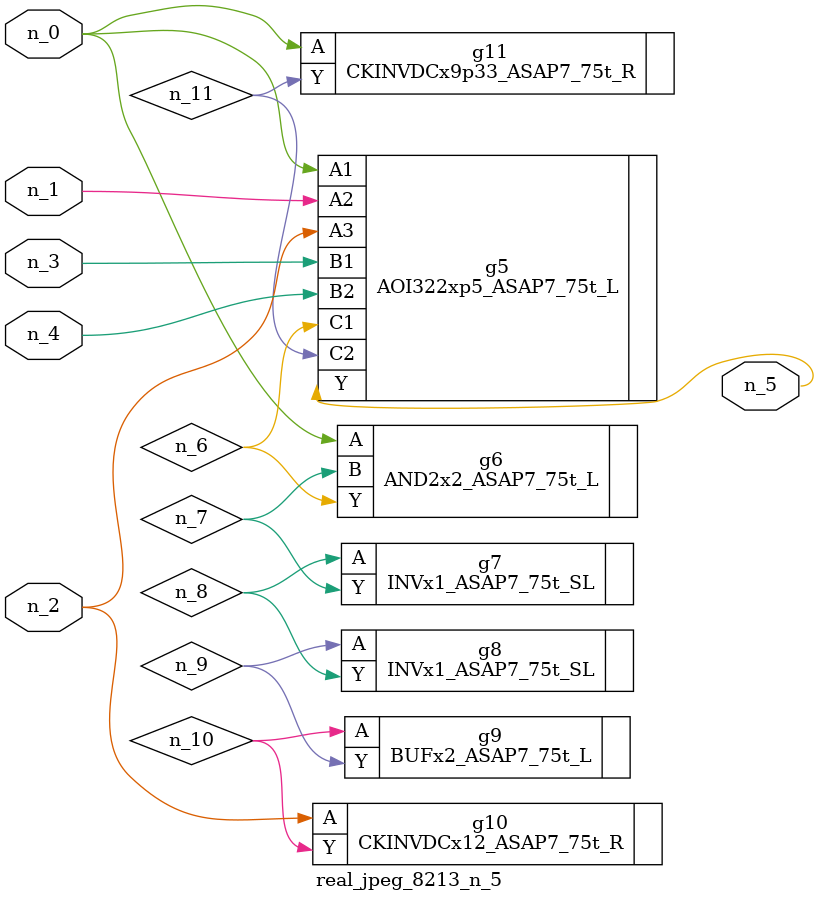
<source format=v>
module real_jpeg_8213_n_5 (n_4, n_0, n_1, n_2, n_3, n_5);

input n_4;
input n_0;
input n_1;
input n_2;
input n_3;

output n_5;

wire n_8;
wire n_11;
wire n_6;
wire n_7;
wire n_10;
wire n_9;

AOI322xp5_ASAP7_75t_L g5 ( 
.A1(n_0),
.A2(n_1),
.A3(n_2),
.B1(n_3),
.B2(n_4),
.C1(n_6),
.C2(n_11),
.Y(n_5)
);

AND2x2_ASAP7_75t_L g6 ( 
.A(n_0),
.B(n_7),
.Y(n_6)
);

CKINVDCx9p33_ASAP7_75t_R g11 ( 
.A(n_0),
.Y(n_11)
);

CKINVDCx12_ASAP7_75t_R g10 ( 
.A(n_2),
.Y(n_10)
);

INVx1_ASAP7_75t_SL g7 ( 
.A(n_8),
.Y(n_7)
);

INVx1_ASAP7_75t_SL g8 ( 
.A(n_9),
.Y(n_8)
);

BUFx2_ASAP7_75t_L g9 ( 
.A(n_10),
.Y(n_9)
);


endmodule
</source>
